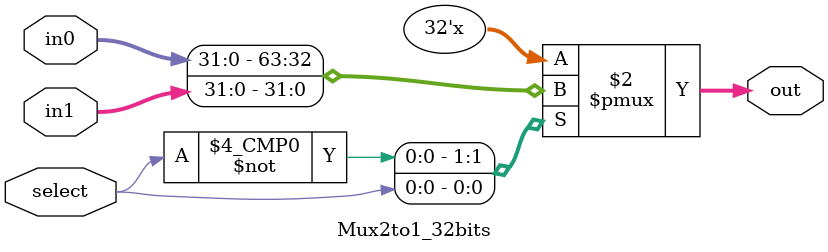
<source format=v>
module Mux2to1_32bits (
    input [31:0] in0,       // Primeira entrada do multiplexador (registrador fonte)
    input [31:0] in1,       // Segunda entrada do multiplexador (imediato estendido)
    input select,           // Sinal de seleção (ALUSrc)
    output reg [31:0] out   // Saída do multiplexador (entrada da ALU)
);

    always @(*) begin
        case (select)
            1'b0: out = in0;  // Seleciona o registrador fonte
            1'b1: out = in1;  // Seleciona o imediato estendido
            default: out = 32'b0; // Valor padrão para evitar latch
        endcase
    end

endmodule
</source>
